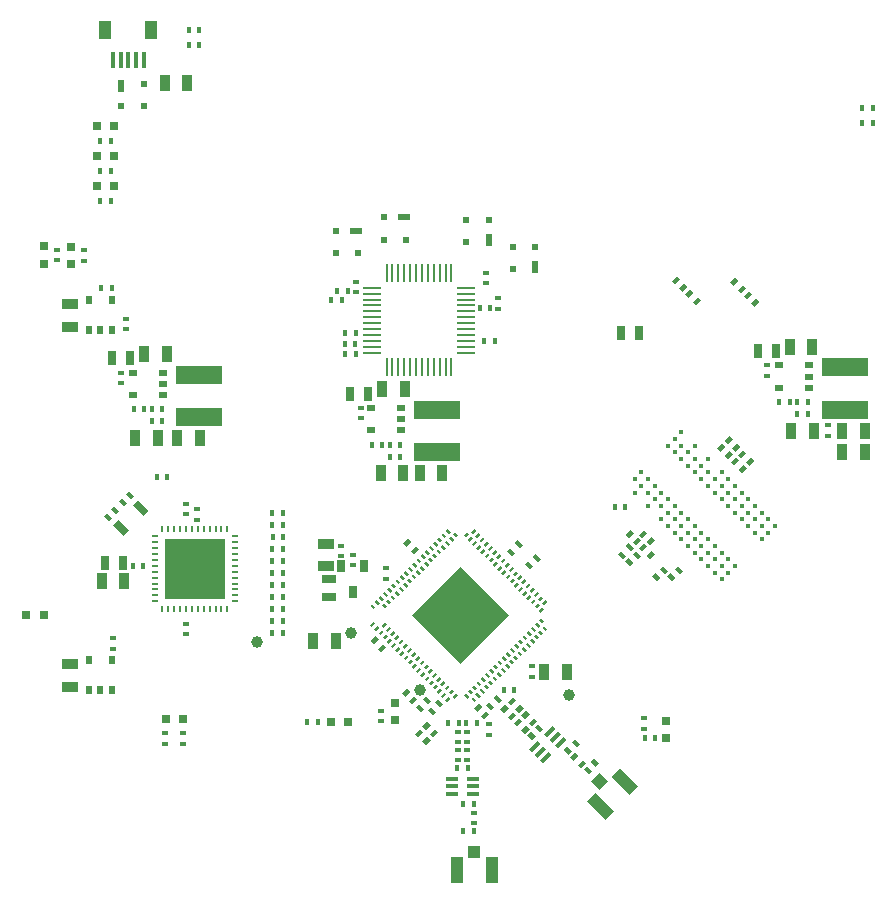
<source format=gbr>
G04 #@! TF.FileFunction,Paste,Top*
%FSLAX46Y46*%
G04 Gerber Fmt 4.6, Leading zero omitted, Abs format (unit mm)*
G04 Created by KiCad (PCBNEW 0.201501300117+5396~20~ubuntu14.04.1-product) date Fri 30 Jan 2015 09:08:00 PM PST*
%MOMM*%
G01*
G04 APERTURE LIST*
%ADD10C,0.100000*%
%ADD11R,0.762000X0.508000*%
%ADD12C,0.450000*%
%ADD13R,0.398780X0.599440*%
%ADD14R,0.599440X0.398780*%
%ADD15C,1.000000*%
%ADD16R,0.797560X0.797560*%
%ADD17R,0.599440X0.248920*%
%ADD18R,0.248920X0.599440*%
%ADD19R,5.150000X5.150000*%
%ADD20R,1.000000X0.600000*%
%ADD21R,0.600000X0.600000*%
%ADD22R,1.050000X2.200000*%
%ADD23R,1.000000X1.050000*%
%ADD24R,0.889000X1.397000*%
%ADD25R,1.397000X0.889000*%
%ADD26R,0.635000X1.143000*%
%ADD27R,0.800100X1.000760*%
%ADD28R,1.500000X0.200000*%
%ADD29R,0.200000X1.500000*%
%ADD30R,1.143000X0.635000*%
%ADD31R,4.000000X1.500000*%
%ADD32R,1.000000X0.350000*%
%ADD33R,0.508000X0.762000*%
%ADD34R,0.600000X1.000000*%
%ADD35R,0.400000X1.350000*%
%ADD36R,1.100000X1.500000*%
G04 APERTURE END LIST*
D10*
D11*
X167527955Y-92633842D03*
X167527955Y-90728842D03*
X164987955Y-92633842D03*
X167527955Y-91681342D03*
X164987955Y-90728842D03*
D12*
X160164336Y-99796323D03*
X159598651Y-100362008D03*
X159032965Y-100927694D03*
X156770224Y-103190435D03*
X156204538Y-103756121D03*
X155638853Y-104321806D03*
X155073167Y-102624750D03*
X155638853Y-102059065D03*
X157901595Y-99796323D03*
X158467280Y-99230637D03*
X159032965Y-98664952D03*
X159032965Y-99796323D03*
X158467280Y-100362008D03*
X156204538Y-102624750D03*
X155638853Y-103190435D03*
X155073167Y-103756121D03*
X152810426Y-101493379D03*
X153376111Y-100927694D03*
X153941797Y-100362008D03*
X156204538Y-98099267D03*
X156770224Y-97533581D03*
X156770224Y-96402210D03*
X156204538Y-96967896D03*
X155638853Y-97533581D03*
X153376111Y-99796323D03*
X152810426Y-100362008D03*
X153941797Y-101493379D03*
X154507482Y-100927694D03*
X156770224Y-98664952D03*
X157335909Y-98099267D03*
X157901595Y-97533581D03*
X157901595Y-98664952D03*
X157335909Y-99230637D03*
X155073167Y-101493379D03*
X154507482Y-102059065D03*
X153941797Y-102624750D03*
X157901595Y-106584548D03*
X158467280Y-106018863D03*
X159032965Y-105453177D03*
X161295707Y-103190435D03*
X161861393Y-102624750D03*
X162427078Y-102059065D03*
X161861393Y-101493379D03*
X161295707Y-102059065D03*
X160730022Y-102624750D03*
X158467280Y-104887492D03*
X157901595Y-105453177D03*
X157335909Y-106018863D03*
X156204538Y-104887492D03*
X156770224Y-104321806D03*
X157335909Y-103756121D03*
X159598651Y-101493379D03*
X160164336Y-100927694D03*
X160730022Y-100362008D03*
X161295707Y-100927694D03*
X160730022Y-101493379D03*
X160164336Y-102059065D03*
X157901595Y-104321806D03*
X157335909Y-104887492D03*
X156770224Y-105453177D03*
X159032965Y-107715919D03*
X159598651Y-107150233D03*
X160164336Y-106584548D03*
X162427078Y-104321806D03*
X162992763Y-103756121D03*
X163558449Y-103190435D03*
X162992763Y-102624750D03*
X162427078Y-103190435D03*
X161861393Y-103756121D03*
X159598651Y-106018863D03*
X159032965Y-106584548D03*
X158467280Y-107150233D03*
X159598651Y-108281604D03*
X160164336Y-107715919D03*
X160730022Y-107150233D03*
X162992763Y-104887492D03*
X163558449Y-104321806D03*
X164124134Y-103756121D03*
X164689820Y-104321806D03*
X164124134Y-104887492D03*
X163558449Y-105453177D03*
X161295707Y-107715919D03*
X160730022Y-108281604D03*
X160164336Y-108847290D03*
D10*
G36*
X151679110Y-106406319D02*
X152102978Y-106830187D01*
X151820998Y-107112167D01*
X151397130Y-106688299D01*
X151679110Y-106406319D01*
X151679110Y-106406319D01*
G37*
G36*
X152314912Y-105770517D02*
X152738780Y-106194385D01*
X152456800Y-106476365D01*
X152032932Y-106052497D01*
X152314912Y-105770517D01*
X152314912Y-105770517D01*
G37*
D13*
X153652755Y-122313802D03*
X154551915Y-122313802D03*
D14*
X153594335Y-121493382D03*
X153594335Y-120594222D03*
D15*
X147241955Y-118633342D03*
D16*
X155499335Y-120802502D03*
X155499335Y-122301102D03*
D10*
G36*
X139415219Y-119070063D02*
X139259656Y-119225626D01*
X138976813Y-118942783D01*
X139132376Y-118787220D01*
X139415219Y-119070063D01*
X139415219Y-119070063D01*
G37*
G36*
X139768772Y-118716510D02*
X139613209Y-118872073D01*
X139330366Y-118589230D01*
X139485929Y-118433667D01*
X139768772Y-118716510D01*
X139768772Y-118716510D01*
G37*
G36*
X140122325Y-118362956D02*
X139966762Y-118518519D01*
X139683919Y-118235676D01*
X139839482Y-118080113D01*
X140122325Y-118362956D01*
X140122325Y-118362956D01*
G37*
G36*
X140475879Y-118009403D02*
X140320316Y-118164966D01*
X140037473Y-117882123D01*
X140193036Y-117726560D01*
X140475879Y-118009403D01*
X140475879Y-118009403D01*
G37*
G36*
X140829432Y-117655850D02*
X140673869Y-117811413D01*
X140391026Y-117528570D01*
X140546589Y-117373007D01*
X140829432Y-117655850D01*
X140829432Y-117655850D01*
G37*
G36*
X141182985Y-117302296D02*
X141027422Y-117457859D01*
X140744579Y-117175016D01*
X140900142Y-117019453D01*
X141182985Y-117302296D01*
X141182985Y-117302296D01*
G37*
G36*
X141536539Y-116948743D02*
X141380976Y-117104306D01*
X141098133Y-116821463D01*
X141253696Y-116665900D01*
X141536539Y-116948743D01*
X141536539Y-116948743D01*
G37*
G36*
X141890092Y-116595189D02*
X141734529Y-116750752D01*
X141451686Y-116467909D01*
X141607249Y-116312346D01*
X141890092Y-116595189D01*
X141890092Y-116595189D01*
G37*
G36*
X142243646Y-116241636D02*
X142088083Y-116397199D01*
X141805240Y-116114356D01*
X141960803Y-115958793D01*
X142243646Y-116241636D01*
X142243646Y-116241636D01*
G37*
G36*
X142597199Y-115888083D02*
X142441636Y-116043646D01*
X142158793Y-115760803D01*
X142314356Y-115605240D01*
X142597199Y-115888083D01*
X142597199Y-115888083D01*
G37*
G36*
X142950752Y-115534529D02*
X142795189Y-115690092D01*
X142512346Y-115407249D01*
X142667909Y-115251686D01*
X142950752Y-115534529D01*
X142950752Y-115534529D01*
G37*
G36*
X143304306Y-115180976D02*
X143148743Y-115336539D01*
X142865900Y-115053696D01*
X143021463Y-114898133D01*
X143304306Y-115180976D01*
X143304306Y-115180976D01*
G37*
G36*
X143657859Y-114827422D02*
X143502296Y-114982985D01*
X143219453Y-114700142D01*
X143375016Y-114544579D01*
X143657859Y-114827422D01*
X143657859Y-114827422D01*
G37*
G36*
X144011413Y-114473869D02*
X143855850Y-114629432D01*
X143573007Y-114346589D01*
X143728570Y-114191026D01*
X144011413Y-114473869D01*
X144011413Y-114473869D01*
G37*
G36*
X144364966Y-114120316D02*
X144209403Y-114275879D01*
X143926560Y-113993036D01*
X144082123Y-113837473D01*
X144364966Y-114120316D01*
X144364966Y-114120316D01*
G37*
G36*
X144718519Y-113766762D02*
X144562956Y-113922325D01*
X144280113Y-113639482D01*
X144435676Y-113483919D01*
X144718519Y-113766762D01*
X144718519Y-113766762D01*
G37*
G36*
X145072073Y-113413209D02*
X144916510Y-113568772D01*
X144633667Y-113285929D01*
X144789230Y-113130366D01*
X145072073Y-113413209D01*
X145072073Y-113413209D01*
G37*
G36*
X145425626Y-113059656D02*
X145270063Y-113215219D01*
X144987220Y-112932376D01*
X145142783Y-112776813D01*
X145425626Y-113059656D01*
X145425626Y-113059656D01*
G37*
G36*
X138778822Y-118787220D02*
X138623259Y-118942783D01*
X138340416Y-118659940D01*
X138495979Y-118504377D01*
X138778822Y-118787220D01*
X138778822Y-118787220D01*
G37*
G36*
X139132376Y-118433667D02*
X138976813Y-118589230D01*
X138693970Y-118306387D01*
X138849533Y-118150824D01*
X139132376Y-118433667D01*
X139132376Y-118433667D01*
G37*
G36*
X139485929Y-118080114D02*
X139330366Y-118235677D01*
X139047523Y-117952834D01*
X139203086Y-117797271D01*
X139485929Y-118080114D01*
X139485929Y-118080114D01*
G37*
G36*
X139839483Y-117726560D02*
X139683920Y-117882123D01*
X139401077Y-117599280D01*
X139556640Y-117443717D01*
X139839483Y-117726560D01*
X139839483Y-117726560D01*
G37*
G36*
X140193036Y-117373007D02*
X140037473Y-117528570D01*
X139754630Y-117245727D01*
X139910193Y-117090164D01*
X140193036Y-117373007D01*
X140193036Y-117373007D01*
G37*
G36*
X140546589Y-117019453D02*
X140391026Y-117175016D01*
X140108183Y-116892173D01*
X140263746Y-116736610D01*
X140546589Y-117019453D01*
X140546589Y-117019453D01*
G37*
G36*
X140900143Y-116665900D02*
X140744580Y-116821463D01*
X140461737Y-116538620D01*
X140617300Y-116383057D01*
X140900143Y-116665900D01*
X140900143Y-116665900D01*
G37*
G36*
X141253696Y-116312347D02*
X141098133Y-116467910D01*
X140815290Y-116185067D01*
X140970853Y-116029504D01*
X141253696Y-116312347D01*
X141253696Y-116312347D01*
G37*
G36*
X141607250Y-115958793D02*
X141451687Y-116114356D01*
X141168844Y-115831513D01*
X141324407Y-115675950D01*
X141607250Y-115958793D01*
X141607250Y-115958793D01*
G37*
G36*
X141960803Y-115605240D02*
X141805240Y-115760803D01*
X141522397Y-115477960D01*
X141677960Y-115322397D01*
X141960803Y-115605240D01*
X141960803Y-115605240D01*
G37*
G36*
X142314356Y-115251687D02*
X142158793Y-115407250D01*
X141875950Y-115124407D01*
X142031513Y-114968844D01*
X142314356Y-115251687D01*
X142314356Y-115251687D01*
G37*
G36*
X142667910Y-114898133D02*
X142512347Y-115053696D01*
X142229504Y-114770853D01*
X142385067Y-114615290D01*
X142667910Y-114898133D01*
X142667910Y-114898133D01*
G37*
G36*
X143021463Y-114544580D02*
X142865900Y-114700143D01*
X142583057Y-114417300D01*
X142738620Y-114261737D01*
X143021463Y-114544580D01*
X143021463Y-114544580D01*
G37*
G36*
X143375016Y-114191026D02*
X143219453Y-114346589D01*
X142936610Y-114063746D01*
X143092173Y-113908183D01*
X143375016Y-114191026D01*
X143375016Y-114191026D01*
G37*
G36*
X143728570Y-113837473D02*
X143573007Y-113993036D01*
X143290164Y-113710193D01*
X143445727Y-113554630D01*
X143728570Y-113837473D01*
X143728570Y-113837473D01*
G37*
G36*
X144082123Y-113483920D02*
X143926560Y-113639483D01*
X143643717Y-113356640D01*
X143799280Y-113201077D01*
X144082123Y-113483920D01*
X144082123Y-113483920D01*
G37*
G36*
X144435677Y-113130366D02*
X144280114Y-113285929D01*
X143997271Y-113003086D01*
X144152834Y-112847523D01*
X144435677Y-113130366D01*
X144435677Y-113130366D01*
G37*
G36*
X144789230Y-112776813D02*
X144633667Y-112932376D01*
X144350824Y-112649533D01*
X144506387Y-112493970D01*
X144789230Y-112776813D01*
X144789230Y-112776813D01*
G37*
G36*
X145142783Y-112423259D02*
X144987220Y-112578822D01*
X144704377Y-112295979D01*
X144859940Y-112140416D01*
X145142783Y-112423259D01*
X145142783Y-112423259D01*
G37*
G36*
X137223187Y-104857217D02*
X137067624Y-105012780D01*
X136784781Y-104729937D01*
X136940344Y-104574374D01*
X137223187Y-104857217D01*
X137223187Y-104857217D01*
G37*
G36*
X136869634Y-105210770D02*
X136714071Y-105366333D01*
X136431228Y-105083490D01*
X136586791Y-104927927D01*
X136869634Y-105210770D01*
X136869634Y-105210770D01*
G37*
G36*
X136516081Y-105564324D02*
X136360518Y-105719887D01*
X136077675Y-105437044D01*
X136233238Y-105281481D01*
X136516081Y-105564324D01*
X136516081Y-105564324D01*
G37*
G36*
X136162527Y-105917877D02*
X136006964Y-106073440D01*
X135724121Y-105790597D01*
X135879684Y-105635034D01*
X136162527Y-105917877D01*
X136162527Y-105917877D01*
G37*
G36*
X135808974Y-106271430D02*
X135653411Y-106426993D01*
X135370568Y-106144150D01*
X135526131Y-105988587D01*
X135808974Y-106271430D01*
X135808974Y-106271430D01*
G37*
G36*
X135455421Y-106624984D02*
X135299858Y-106780547D01*
X135017015Y-106497704D01*
X135172578Y-106342141D01*
X135455421Y-106624984D01*
X135455421Y-106624984D01*
G37*
G36*
X135101867Y-106978537D02*
X134946304Y-107134100D01*
X134663461Y-106851257D01*
X134819024Y-106695694D01*
X135101867Y-106978537D01*
X135101867Y-106978537D01*
G37*
G36*
X134748314Y-107332091D02*
X134592751Y-107487654D01*
X134309908Y-107204811D01*
X134465471Y-107049248D01*
X134748314Y-107332091D01*
X134748314Y-107332091D01*
G37*
G36*
X134394760Y-107685644D02*
X134239197Y-107841207D01*
X133956354Y-107558364D01*
X134111917Y-107402801D01*
X134394760Y-107685644D01*
X134394760Y-107685644D01*
G37*
G36*
X134041207Y-108039197D02*
X133885644Y-108194760D01*
X133602801Y-107911917D01*
X133758364Y-107756354D01*
X134041207Y-108039197D01*
X134041207Y-108039197D01*
G37*
G36*
X133687654Y-108392751D02*
X133532091Y-108548314D01*
X133249248Y-108265471D01*
X133404811Y-108109908D01*
X133687654Y-108392751D01*
X133687654Y-108392751D01*
G37*
G36*
X133334100Y-108746304D02*
X133178537Y-108901867D01*
X132895694Y-108619024D01*
X133051257Y-108463461D01*
X133334100Y-108746304D01*
X133334100Y-108746304D01*
G37*
G36*
X132980547Y-109099858D02*
X132824984Y-109255421D01*
X132542141Y-108972578D01*
X132697704Y-108817015D01*
X132980547Y-109099858D01*
X132980547Y-109099858D01*
G37*
G36*
X132626993Y-109453411D02*
X132471430Y-109608974D01*
X132188587Y-109326131D01*
X132344150Y-109170568D01*
X132626993Y-109453411D01*
X132626993Y-109453411D01*
G37*
G36*
X132273440Y-109806964D02*
X132117877Y-109962527D01*
X131835034Y-109679684D01*
X131990597Y-109524121D01*
X132273440Y-109806964D01*
X132273440Y-109806964D01*
G37*
G36*
X131919887Y-110160518D02*
X131764324Y-110316081D01*
X131481481Y-110033238D01*
X131637044Y-109877675D01*
X131919887Y-110160518D01*
X131919887Y-110160518D01*
G37*
G36*
X131566333Y-110514071D02*
X131410770Y-110669634D01*
X131127927Y-110386791D01*
X131283490Y-110231228D01*
X131566333Y-110514071D01*
X131566333Y-110514071D01*
G37*
G36*
X131212780Y-110867624D02*
X131057217Y-111023187D01*
X130774374Y-110740344D01*
X130929937Y-110584781D01*
X131212780Y-110867624D01*
X131212780Y-110867624D01*
G37*
G36*
X130859226Y-111221178D02*
X130703663Y-111376741D01*
X130420820Y-111093898D01*
X130576383Y-110938335D01*
X130859226Y-111221178D01*
X130859226Y-111221178D01*
G37*
G36*
X137859584Y-105140060D02*
X137704021Y-105295623D01*
X137421178Y-105012780D01*
X137576741Y-104857217D01*
X137859584Y-105140060D01*
X137859584Y-105140060D01*
G37*
G36*
X137506030Y-105493613D02*
X137350467Y-105649176D01*
X137067624Y-105366333D01*
X137223187Y-105210770D01*
X137506030Y-105493613D01*
X137506030Y-105493613D01*
G37*
G36*
X137152477Y-105847166D02*
X136996914Y-106002729D01*
X136714071Y-105719886D01*
X136869634Y-105564323D01*
X137152477Y-105847166D01*
X137152477Y-105847166D01*
G37*
G36*
X136798923Y-106200720D02*
X136643360Y-106356283D01*
X136360517Y-106073440D01*
X136516080Y-105917877D01*
X136798923Y-106200720D01*
X136798923Y-106200720D01*
G37*
G36*
X136445370Y-106554273D02*
X136289807Y-106709836D01*
X136006964Y-106426993D01*
X136162527Y-106271430D01*
X136445370Y-106554273D01*
X136445370Y-106554273D01*
G37*
G36*
X136091817Y-106907827D02*
X135936254Y-107063390D01*
X135653411Y-106780547D01*
X135808974Y-106624984D01*
X136091817Y-106907827D01*
X136091817Y-106907827D01*
G37*
G36*
X135738263Y-107261380D02*
X135582700Y-107416943D01*
X135299857Y-107134100D01*
X135455420Y-106978537D01*
X135738263Y-107261380D01*
X135738263Y-107261380D01*
G37*
G36*
X135384710Y-107614933D02*
X135229147Y-107770496D01*
X134946304Y-107487653D01*
X135101867Y-107332090D01*
X135384710Y-107614933D01*
X135384710Y-107614933D01*
G37*
G36*
X135031156Y-107968487D02*
X134875593Y-108124050D01*
X134592750Y-107841207D01*
X134748313Y-107685644D01*
X135031156Y-107968487D01*
X135031156Y-107968487D01*
G37*
G36*
X134677603Y-108322040D02*
X134522040Y-108477603D01*
X134239197Y-108194760D01*
X134394760Y-108039197D01*
X134677603Y-108322040D01*
X134677603Y-108322040D01*
G37*
G36*
X134324050Y-108675593D02*
X134168487Y-108831156D01*
X133885644Y-108548313D01*
X134041207Y-108392750D01*
X134324050Y-108675593D01*
X134324050Y-108675593D01*
G37*
G36*
X133970496Y-109029147D02*
X133814933Y-109184710D01*
X133532090Y-108901867D01*
X133687653Y-108746304D01*
X133970496Y-109029147D01*
X133970496Y-109029147D01*
G37*
G36*
X133616943Y-109382700D02*
X133461380Y-109538263D01*
X133178537Y-109255420D01*
X133334100Y-109099857D01*
X133616943Y-109382700D01*
X133616943Y-109382700D01*
G37*
G36*
X133263390Y-109736254D02*
X133107827Y-109891817D01*
X132824984Y-109608974D01*
X132980547Y-109453411D01*
X133263390Y-109736254D01*
X133263390Y-109736254D01*
G37*
G36*
X132909836Y-110089807D02*
X132754273Y-110245370D01*
X132471430Y-109962527D01*
X132626993Y-109806964D01*
X132909836Y-110089807D01*
X132909836Y-110089807D01*
G37*
G36*
X132556283Y-110443360D02*
X132400720Y-110598923D01*
X132117877Y-110316080D01*
X132273440Y-110160517D01*
X132556283Y-110443360D01*
X132556283Y-110443360D01*
G37*
G36*
X132202729Y-110796914D02*
X132047166Y-110952477D01*
X131764323Y-110669634D01*
X131919886Y-110514071D01*
X132202729Y-110796914D01*
X132202729Y-110796914D01*
G37*
G36*
X131849176Y-111150467D02*
X131693613Y-111306030D01*
X131410770Y-111023187D01*
X131566333Y-110867624D01*
X131849176Y-111150467D01*
X131849176Y-111150467D01*
G37*
G36*
X145425626Y-110740344D02*
X145142783Y-111023187D01*
X144987220Y-110867624D01*
X145270063Y-110584781D01*
X145425626Y-110740344D01*
X145425626Y-110740344D01*
G37*
G36*
X145072073Y-110386791D02*
X144789230Y-110669634D01*
X144633667Y-110514071D01*
X144916510Y-110231228D01*
X145072073Y-110386791D01*
X145072073Y-110386791D01*
G37*
G36*
X144718519Y-110033238D02*
X144435676Y-110316081D01*
X144280113Y-110160518D01*
X144562956Y-109877675D01*
X144718519Y-110033238D01*
X144718519Y-110033238D01*
G37*
G36*
X144364966Y-109679684D02*
X144082123Y-109962527D01*
X143926560Y-109806964D01*
X144209403Y-109524121D01*
X144364966Y-109679684D01*
X144364966Y-109679684D01*
G37*
G36*
X144011413Y-109326131D02*
X143728570Y-109608974D01*
X143573007Y-109453411D01*
X143855850Y-109170568D01*
X144011413Y-109326131D01*
X144011413Y-109326131D01*
G37*
G36*
X143657859Y-108972578D02*
X143375016Y-109255421D01*
X143219453Y-109099858D01*
X143502296Y-108817015D01*
X143657859Y-108972578D01*
X143657859Y-108972578D01*
G37*
G36*
X143304306Y-108619024D02*
X143021463Y-108901867D01*
X142865900Y-108746304D01*
X143148743Y-108463461D01*
X143304306Y-108619024D01*
X143304306Y-108619024D01*
G37*
G36*
X142950752Y-108265471D02*
X142667909Y-108548314D01*
X142512346Y-108392751D01*
X142795189Y-108109908D01*
X142950752Y-108265471D01*
X142950752Y-108265471D01*
G37*
G36*
X142597199Y-107911917D02*
X142314356Y-108194760D01*
X142158793Y-108039197D01*
X142441636Y-107756354D01*
X142597199Y-107911917D01*
X142597199Y-107911917D01*
G37*
G36*
X142243646Y-107558364D02*
X141960803Y-107841207D01*
X141805240Y-107685644D01*
X142088083Y-107402801D01*
X142243646Y-107558364D01*
X142243646Y-107558364D01*
G37*
G36*
X141890092Y-107204811D02*
X141607249Y-107487654D01*
X141451686Y-107332091D01*
X141734529Y-107049248D01*
X141890092Y-107204811D01*
X141890092Y-107204811D01*
G37*
G36*
X141536539Y-106851257D02*
X141253696Y-107134100D01*
X141098133Y-106978537D01*
X141380976Y-106695694D01*
X141536539Y-106851257D01*
X141536539Y-106851257D01*
G37*
G36*
X141182985Y-106497704D02*
X140900142Y-106780547D01*
X140744579Y-106624984D01*
X141027422Y-106342141D01*
X141182985Y-106497704D01*
X141182985Y-106497704D01*
G37*
G36*
X140829432Y-106144150D02*
X140546589Y-106426993D01*
X140391026Y-106271430D01*
X140673869Y-105988587D01*
X140829432Y-106144150D01*
X140829432Y-106144150D01*
G37*
G36*
X140475879Y-105790597D02*
X140193036Y-106073440D01*
X140037473Y-105917877D01*
X140320316Y-105635034D01*
X140475879Y-105790597D01*
X140475879Y-105790597D01*
G37*
G36*
X140122325Y-105437044D02*
X139839482Y-105719887D01*
X139683919Y-105564324D01*
X139966762Y-105281481D01*
X140122325Y-105437044D01*
X140122325Y-105437044D01*
G37*
G36*
X139768772Y-105083490D02*
X139485929Y-105366333D01*
X139330366Y-105210770D01*
X139613209Y-104927927D01*
X139768772Y-105083490D01*
X139768772Y-105083490D01*
G37*
G36*
X139415219Y-104729937D02*
X139132376Y-105012780D01*
X138976813Y-104857217D01*
X139259656Y-104574374D01*
X139415219Y-104729937D01*
X139415219Y-104729937D01*
G37*
G36*
X145142783Y-111376741D02*
X144859940Y-111659584D01*
X144704377Y-111504021D01*
X144987220Y-111221178D01*
X145142783Y-111376741D01*
X145142783Y-111376741D01*
G37*
G36*
X144789230Y-111023187D02*
X144506387Y-111306030D01*
X144350824Y-111150467D01*
X144633667Y-110867624D01*
X144789230Y-111023187D01*
X144789230Y-111023187D01*
G37*
G36*
X144435677Y-110669634D02*
X144152834Y-110952477D01*
X143997271Y-110796914D01*
X144280114Y-110514071D01*
X144435677Y-110669634D01*
X144435677Y-110669634D01*
G37*
G36*
X144082123Y-110316080D02*
X143799280Y-110598923D01*
X143643717Y-110443360D01*
X143926560Y-110160517D01*
X144082123Y-110316080D01*
X144082123Y-110316080D01*
G37*
G36*
X143728570Y-109962527D02*
X143445727Y-110245370D01*
X143290164Y-110089807D01*
X143573007Y-109806964D01*
X143728570Y-109962527D01*
X143728570Y-109962527D01*
G37*
G36*
X143375016Y-109608974D02*
X143092173Y-109891817D01*
X142936610Y-109736254D01*
X143219453Y-109453411D01*
X143375016Y-109608974D01*
X143375016Y-109608974D01*
G37*
G36*
X143021463Y-109255420D02*
X142738620Y-109538263D01*
X142583057Y-109382700D01*
X142865900Y-109099857D01*
X143021463Y-109255420D01*
X143021463Y-109255420D01*
G37*
G36*
X142667910Y-108901867D02*
X142385067Y-109184710D01*
X142229504Y-109029147D01*
X142512347Y-108746304D01*
X142667910Y-108901867D01*
X142667910Y-108901867D01*
G37*
G36*
X142314356Y-108548313D02*
X142031513Y-108831156D01*
X141875950Y-108675593D01*
X142158793Y-108392750D01*
X142314356Y-108548313D01*
X142314356Y-108548313D01*
G37*
G36*
X141960803Y-108194760D02*
X141677960Y-108477603D01*
X141522397Y-108322040D01*
X141805240Y-108039197D01*
X141960803Y-108194760D01*
X141960803Y-108194760D01*
G37*
G36*
X141607250Y-107841207D02*
X141324407Y-108124050D01*
X141168844Y-107968487D01*
X141451687Y-107685644D01*
X141607250Y-107841207D01*
X141607250Y-107841207D01*
G37*
G36*
X141253696Y-107487653D02*
X140970853Y-107770496D01*
X140815290Y-107614933D01*
X141098133Y-107332090D01*
X141253696Y-107487653D01*
X141253696Y-107487653D01*
G37*
G36*
X140900143Y-107134100D02*
X140617300Y-107416943D01*
X140461737Y-107261380D01*
X140744580Y-106978537D01*
X140900143Y-107134100D01*
X140900143Y-107134100D01*
G37*
G36*
X140546589Y-106780547D02*
X140263746Y-107063390D01*
X140108183Y-106907827D01*
X140391026Y-106624984D01*
X140546589Y-106780547D01*
X140546589Y-106780547D01*
G37*
G36*
X140193036Y-106426993D02*
X139910193Y-106709836D01*
X139754630Y-106554273D01*
X140037473Y-106271430D01*
X140193036Y-106426993D01*
X140193036Y-106426993D01*
G37*
G36*
X139839483Y-106073440D02*
X139556640Y-106356283D01*
X139401077Y-106200720D01*
X139683920Y-105917877D01*
X139839483Y-106073440D01*
X139839483Y-106073440D01*
G37*
G36*
X139485929Y-105719886D02*
X139203086Y-106002729D01*
X139047523Y-105847166D01*
X139330366Y-105564323D01*
X139485929Y-105719886D01*
X139485929Y-105719886D01*
G37*
G36*
X139132376Y-105366333D02*
X138849533Y-105649176D01*
X138693970Y-105493613D01*
X138976813Y-105210770D01*
X139132376Y-105366333D01*
X139132376Y-105366333D01*
G37*
G36*
X138778822Y-105012780D02*
X138495979Y-105295623D01*
X138340416Y-105140060D01*
X138623259Y-104857217D01*
X138778822Y-105012780D01*
X138778822Y-105012780D01*
G37*
G36*
X130859226Y-112578822D02*
X130576383Y-112861665D01*
X130420820Y-112706102D01*
X130703663Y-112423259D01*
X130859226Y-112578822D01*
X130859226Y-112578822D01*
G37*
G36*
X131212780Y-112932376D02*
X130929937Y-113215219D01*
X130774374Y-113059656D01*
X131057217Y-112776813D01*
X131212780Y-112932376D01*
X131212780Y-112932376D01*
G37*
G36*
X131566333Y-113285929D02*
X131283490Y-113568772D01*
X131127927Y-113413209D01*
X131410770Y-113130366D01*
X131566333Y-113285929D01*
X131566333Y-113285929D01*
G37*
G36*
X131919887Y-113639482D02*
X131637044Y-113922325D01*
X131481481Y-113766762D01*
X131764324Y-113483919D01*
X131919887Y-113639482D01*
X131919887Y-113639482D01*
G37*
G36*
X132273440Y-113993036D02*
X131990597Y-114275879D01*
X131835034Y-114120316D01*
X132117877Y-113837473D01*
X132273440Y-113993036D01*
X132273440Y-113993036D01*
G37*
G36*
X132626993Y-114346589D02*
X132344150Y-114629432D01*
X132188587Y-114473869D01*
X132471430Y-114191026D01*
X132626993Y-114346589D01*
X132626993Y-114346589D01*
G37*
G36*
X132980547Y-114700142D02*
X132697704Y-114982985D01*
X132542141Y-114827422D01*
X132824984Y-114544579D01*
X132980547Y-114700142D01*
X132980547Y-114700142D01*
G37*
G36*
X133334100Y-115053696D02*
X133051257Y-115336539D01*
X132895694Y-115180976D01*
X133178537Y-114898133D01*
X133334100Y-115053696D01*
X133334100Y-115053696D01*
G37*
G36*
X133687654Y-115407249D02*
X133404811Y-115690092D01*
X133249248Y-115534529D01*
X133532091Y-115251686D01*
X133687654Y-115407249D01*
X133687654Y-115407249D01*
G37*
G36*
X134041207Y-115760803D02*
X133758364Y-116043646D01*
X133602801Y-115888083D01*
X133885644Y-115605240D01*
X134041207Y-115760803D01*
X134041207Y-115760803D01*
G37*
G36*
X134394760Y-116114356D02*
X134111917Y-116397199D01*
X133956354Y-116241636D01*
X134239197Y-115958793D01*
X134394760Y-116114356D01*
X134394760Y-116114356D01*
G37*
G36*
X134748314Y-116467909D02*
X134465471Y-116750752D01*
X134309908Y-116595189D01*
X134592751Y-116312346D01*
X134748314Y-116467909D01*
X134748314Y-116467909D01*
G37*
G36*
X135101867Y-116821463D02*
X134819024Y-117104306D01*
X134663461Y-116948743D01*
X134946304Y-116665900D01*
X135101867Y-116821463D01*
X135101867Y-116821463D01*
G37*
G36*
X135455421Y-117175016D02*
X135172578Y-117457859D01*
X135017015Y-117302296D01*
X135299858Y-117019453D01*
X135455421Y-117175016D01*
X135455421Y-117175016D01*
G37*
G36*
X135808974Y-117528570D02*
X135526131Y-117811413D01*
X135370568Y-117655850D01*
X135653411Y-117373007D01*
X135808974Y-117528570D01*
X135808974Y-117528570D01*
G37*
G36*
X136162527Y-117882123D02*
X135879684Y-118164966D01*
X135724121Y-118009403D01*
X136006964Y-117726560D01*
X136162527Y-117882123D01*
X136162527Y-117882123D01*
G37*
G36*
X136516081Y-118235676D02*
X136233238Y-118518519D01*
X136077675Y-118362956D01*
X136360518Y-118080113D01*
X136516081Y-118235676D01*
X136516081Y-118235676D01*
G37*
G36*
X136869634Y-118589230D02*
X136586791Y-118872073D01*
X136431228Y-118716510D01*
X136714071Y-118433667D01*
X136869634Y-118589230D01*
X136869634Y-118589230D01*
G37*
G36*
X137223187Y-118942783D02*
X136940344Y-119225626D01*
X136784781Y-119070063D01*
X137067624Y-118787220D01*
X137223187Y-118942783D01*
X137223187Y-118942783D01*
G37*
G36*
X131849176Y-112649533D02*
X131566333Y-112932376D01*
X131410770Y-112776813D01*
X131693613Y-112493970D01*
X131849176Y-112649533D01*
X131849176Y-112649533D01*
G37*
G36*
X132202729Y-113003086D02*
X131919886Y-113285929D01*
X131764323Y-113130366D01*
X132047166Y-112847523D01*
X132202729Y-113003086D01*
X132202729Y-113003086D01*
G37*
G36*
X132556283Y-113356640D02*
X132273440Y-113639483D01*
X132117877Y-113483920D01*
X132400720Y-113201077D01*
X132556283Y-113356640D01*
X132556283Y-113356640D01*
G37*
G36*
X132909836Y-113710193D02*
X132626993Y-113993036D01*
X132471430Y-113837473D01*
X132754273Y-113554630D01*
X132909836Y-113710193D01*
X132909836Y-113710193D01*
G37*
G36*
X133263390Y-114063746D02*
X132980547Y-114346589D01*
X132824984Y-114191026D01*
X133107827Y-113908183D01*
X133263390Y-114063746D01*
X133263390Y-114063746D01*
G37*
G36*
X133616943Y-114417300D02*
X133334100Y-114700143D01*
X133178537Y-114544580D01*
X133461380Y-114261737D01*
X133616943Y-114417300D01*
X133616943Y-114417300D01*
G37*
G36*
X133970496Y-114770853D02*
X133687653Y-115053696D01*
X133532090Y-114898133D01*
X133814933Y-114615290D01*
X133970496Y-114770853D01*
X133970496Y-114770853D01*
G37*
G36*
X134324050Y-115124407D02*
X134041207Y-115407250D01*
X133885644Y-115251687D01*
X134168487Y-114968844D01*
X134324050Y-115124407D01*
X134324050Y-115124407D01*
G37*
G36*
X134677603Y-115477960D02*
X134394760Y-115760803D01*
X134239197Y-115605240D01*
X134522040Y-115322397D01*
X134677603Y-115477960D01*
X134677603Y-115477960D01*
G37*
G36*
X135031156Y-115831513D02*
X134748313Y-116114356D01*
X134592750Y-115958793D01*
X134875593Y-115675950D01*
X135031156Y-115831513D01*
X135031156Y-115831513D01*
G37*
G36*
X135384710Y-116185067D02*
X135101867Y-116467910D01*
X134946304Y-116312347D01*
X135229147Y-116029504D01*
X135384710Y-116185067D01*
X135384710Y-116185067D01*
G37*
G36*
X135738263Y-116538620D02*
X135455420Y-116821463D01*
X135299857Y-116665900D01*
X135582700Y-116383057D01*
X135738263Y-116538620D01*
X135738263Y-116538620D01*
G37*
G36*
X136091817Y-116892173D02*
X135808974Y-117175016D01*
X135653411Y-117019453D01*
X135936254Y-116736610D01*
X136091817Y-116892173D01*
X136091817Y-116892173D01*
G37*
G36*
X136445370Y-117245727D02*
X136162527Y-117528570D01*
X136006964Y-117373007D01*
X136289807Y-117090164D01*
X136445370Y-117245727D01*
X136445370Y-117245727D01*
G37*
G36*
X136798923Y-117599280D02*
X136516080Y-117882123D01*
X136360517Y-117726560D01*
X136643360Y-117443717D01*
X136798923Y-117599280D01*
X136798923Y-117599280D01*
G37*
G36*
X137152477Y-117952834D02*
X136869634Y-118235677D01*
X136714071Y-118080114D01*
X136996914Y-117797271D01*
X137152477Y-117952834D01*
X137152477Y-117952834D01*
G37*
G36*
X137506030Y-118306387D02*
X137223187Y-118589230D01*
X137067624Y-118433667D01*
X137350467Y-118150824D01*
X137506030Y-118306387D01*
X137506030Y-118306387D01*
G37*
G36*
X137859584Y-118659940D02*
X137576741Y-118942783D01*
X137421178Y-118787220D01*
X137704021Y-118504377D01*
X137859584Y-118659940D01*
X137859584Y-118659940D01*
G37*
G36*
X142201219Y-111900000D02*
X138100000Y-116001219D01*
X133998781Y-111900000D01*
X138100000Y-107798781D01*
X142201219Y-111900000D01*
X142201219Y-111900000D01*
G37*
D17*
X112171480Y-105201720D03*
X112171480Y-105702100D03*
X112171480Y-106202480D03*
X112171480Y-106702860D03*
X112171480Y-107200700D03*
X112171480Y-107701080D03*
X112171480Y-108201460D03*
X112171480Y-108701840D03*
X112171480Y-109202220D03*
X112171480Y-109702600D03*
X112171480Y-110202980D03*
X112171480Y-110700820D03*
X118968520Y-106697780D03*
X118968520Y-106199940D03*
X118968520Y-105699560D03*
X118968520Y-105199180D03*
D18*
X114820700Y-111351060D03*
X115320000Y-111350000D03*
X115818920Y-111351060D03*
X116319300Y-111351060D03*
X116819680Y-111351060D03*
X117320060Y-111351060D03*
X117820440Y-111351060D03*
X118320820Y-111351060D03*
X112821720Y-111351060D03*
X113322100Y-111351060D03*
X113822480Y-111351060D03*
X114320320Y-111351060D03*
D17*
X118968520Y-110698280D03*
X118971060Y-110197900D03*
X118971060Y-109700060D03*
X118971060Y-109199680D03*
X118971060Y-108699300D03*
X118971060Y-108198920D03*
X118971060Y-107698540D03*
X118971060Y-107198160D03*
D18*
X118320820Y-104551480D03*
X117820440Y-104551480D03*
X117320060Y-104551480D03*
X116822220Y-104551480D03*
X116321840Y-104551480D03*
X115821460Y-104551480D03*
X115321080Y-104551480D03*
X114820700Y-104551480D03*
X114320320Y-104551480D03*
X113819940Y-104551480D03*
X113322100Y-104551480D03*
X112821720Y-104551480D03*
D19*
X115570000Y-107950000D03*
D20*
X129198335Y-79326802D03*
D21*
X127498335Y-79326802D03*
X127498335Y-81226802D03*
X129398335Y-81226802D03*
D13*
X123055095Y-105295742D03*
X122155935Y-105295742D03*
D14*
X114602955Y-121866762D03*
X114602955Y-122765922D03*
D10*
G36*
X152314110Y-107041319D02*
X152737978Y-107465187D01*
X152455998Y-107747167D01*
X152032130Y-107323299D01*
X152314110Y-107041319D01*
X152314110Y-107041319D01*
G37*
G36*
X152949912Y-106405517D02*
X153373780Y-106829385D01*
X153091800Y-107111365D01*
X152667932Y-106687497D01*
X152949912Y-106405517D01*
X152949912Y-106405517D01*
G37*
G36*
X153810932Y-105687187D02*
X154234800Y-105263319D01*
X154516780Y-105545299D01*
X154092912Y-105969167D01*
X153810932Y-105687187D01*
X153810932Y-105687187D01*
G37*
G36*
X153175130Y-105051385D02*
X153598998Y-104627517D01*
X153880978Y-104909497D01*
X153457110Y-105333365D01*
X153175130Y-105051385D01*
X153175130Y-105051385D01*
G37*
D13*
X142611535Y-118252342D03*
X141712375Y-118252342D03*
D14*
X114859335Y-113492382D03*
X114859335Y-112593222D03*
D22*
X137767515Y-133489742D03*
X140717515Y-133489742D03*
D23*
X139242515Y-131964742D03*
D10*
G36*
X149476946Y-126906676D02*
X151032581Y-128462311D01*
X150290118Y-129204774D01*
X148734483Y-127649139D01*
X149476946Y-126906676D01*
X149476946Y-126906676D01*
G37*
G36*
X151562912Y-124820710D02*
X153118547Y-126376345D01*
X152376084Y-127118808D01*
X150820449Y-125563173D01*
X151562912Y-124820710D01*
X151562912Y-124820710D01*
G37*
G36*
X149830499Y-125209620D02*
X150572961Y-125952082D01*
X149865855Y-126659188D01*
X149123393Y-125916726D01*
X149830499Y-125209620D01*
X149830499Y-125209620D01*
G37*
G36*
X144582800Y-107365365D02*
X144158932Y-106941497D01*
X144440912Y-106659517D01*
X144864780Y-107083385D01*
X144582800Y-107365365D01*
X144582800Y-107365365D01*
G37*
G36*
X143946998Y-108001167D02*
X143523130Y-107577299D01*
X143805110Y-107295319D01*
X144228978Y-107719187D01*
X143946998Y-108001167D01*
X143946998Y-108001167D01*
G37*
D13*
X151110375Y-102758342D03*
X152009535Y-102758342D03*
D10*
G36*
X143058800Y-106222365D02*
X142634932Y-105798497D01*
X142916912Y-105516517D01*
X143340780Y-105940385D01*
X143058800Y-106222365D01*
X143058800Y-106222365D01*
G37*
G36*
X142422998Y-106858167D02*
X141999130Y-106434299D01*
X142281110Y-106152319D01*
X142704978Y-106576187D01*
X142422998Y-106858167D01*
X142422998Y-106858167D01*
G37*
G36*
X134536155Y-119357977D02*
X134960023Y-119781845D01*
X134678043Y-120063825D01*
X134254175Y-119639957D01*
X134536155Y-119357977D01*
X134536155Y-119357977D01*
G37*
G36*
X135171957Y-118722175D02*
X135595825Y-119146043D01*
X135313845Y-119428023D01*
X134889977Y-119004155D01*
X135171957Y-118722175D01*
X135171957Y-118722175D01*
G37*
G36*
X152737978Y-104909497D02*
X152314110Y-105333365D01*
X152032130Y-105051385D01*
X152455998Y-104627517D01*
X152737978Y-104909497D01*
X152737978Y-104909497D01*
G37*
G36*
X153373780Y-105545299D02*
X152949912Y-105969167D01*
X152667932Y-105687187D01*
X153091800Y-105263319D01*
X153373780Y-105545299D01*
X153373780Y-105545299D01*
G37*
G36*
X153810932Y-106830187D02*
X154234800Y-106406319D01*
X154516780Y-106688299D01*
X154092912Y-107112167D01*
X153810932Y-106830187D01*
X153810932Y-106830187D01*
G37*
G36*
X153175130Y-106194385D02*
X153598998Y-105770517D01*
X153880978Y-106052497D01*
X153457110Y-106476365D01*
X153175130Y-106194385D01*
X153175130Y-106194385D01*
G37*
G36*
X161038767Y-97758199D02*
X161462635Y-97334331D01*
X161744615Y-97616311D01*
X161320747Y-98040179D01*
X161038767Y-97758199D01*
X161038767Y-97758199D01*
G37*
G36*
X160402965Y-97122397D02*
X160826833Y-96698529D01*
X161108813Y-96980509D01*
X160684945Y-97404377D01*
X160402965Y-97122397D01*
X160402965Y-97122397D01*
G37*
G36*
X161647628Y-98776561D02*
X161223760Y-99200429D01*
X160941780Y-98918449D01*
X161365648Y-98494581D01*
X161647628Y-98776561D01*
X161647628Y-98776561D01*
G37*
G36*
X162283430Y-99412363D02*
X161859562Y-99836231D01*
X161577582Y-99554251D01*
X162001450Y-99130383D01*
X162283430Y-99412363D01*
X162283430Y-99412363D01*
G37*
G36*
X135466926Y-121936894D02*
X135890794Y-121513026D01*
X136172774Y-121795006D01*
X135748906Y-122218874D01*
X135466926Y-121936894D01*
X135466926Y-121936894D01*
G37*
G36*
X134831124Y-121301092D02*
X135254992Y-120877224D01*
X135536972Y-121159204D01*
X135113104Y-121583072D01*
X134831124Y-121301092D01*
X134831124Y-121301092D01*
G37*
D13*
X138538935Y-121043742D03*
X139438095Y-121043742D03*
X137014935Y-121043742D03*
X137914095Y-121043742D03*
D10*
G36*
X141280800Y-119303365D02*
X140856932Y-118879497D01*
X141138912Y-118597517D01*
X141562780Y-119021385D01*
X141280800Y-119303365D01*
X141280800Y-119303365D01*
G37*
G36*
X140644998Y-119939167D02*
X140221130Y-119515299D01*
X140503110Y-119233319D01*
X140926978Y-119657187D01*
X140644998Y-119939167D01*
X140644998Y-119939167D01*
G37*
D14*
X138607515Y-123261162D03*
X138607515Y-124160322D03*
X137845515Y-123261162D03*
X137845515Y-124160322D03*
D10*
G36*
X143278038Y-120845397D02*
X142854170Y-121269265D01*
X142572190Y-120987285D01*
X142996058Y-120563417D01*
X143278038Y-120845397D01*
X143278038Y-120845397D01*
G37*
G36*
X143913840Y-121481199D02*
X143489972Y-121905067D01*
X143207992Y-121623087D01*
X143631860Y-121199219D01*
X143913840Y-121481199D01*
X143913840Y-121481199D01*
G37*
G36*
X143913038Y-120210397D02*
X143489170Y-120634265D01*
X143207190Y-120352285D01*
X143631058Y-119928417D01*
X143913038Y-120210397D01*
X143913038Y-120210397D01*
G37*
G36*
X144548840Y-120846199D02*
X144124972Y-121270067D01*
X143842992Y-120988087D01*
X144266860Y-120564219D01*
X144548840Y-120846199D01*
X144548840Y-120846199D01*
G37*
D13*
X137776935Y-124853742D03*
X138676095Y-124853742D03*
D10*
G36*
X144774860Y-121777265D02*
X144350992Y-121353397D01*
X144632972Y-121071417D01*
X145056840Y-121495285D01*
X144774860Y-121777265D01*
X144774860Y-121777265D01*
G37*
G36*
X144139058Y-122413067D02*
X143715190Y-121989199D01*
X143997170Y-121707219D01*
X144421038Y-122131087D01*
X144139058Y-122413067D01*
X144139058Y-122413067D01*
G37*
D13*
X138284935Y-127901742D03*
X139184095Y-127901742D03*
D10*
G36*
X147886360Y-123047265D02*
X147462492Y-122623397D01*
X147744472Y-122341417D01*
X148168340Y-122765285D01*
X147886360Y-123047265D01*
X147886360Y-123047265D01*
G37*
G36*
X147250558Y-123683067D02*
X146826690Y-123259199D01*
X147108670Y-122977219D01*
X147532538Y-123401087D01*
X147250558Y-123683067D01*
X147250558Y-123683067D01*
G37*
D13*
X138284935Y-130187742D03*
X139184095Y-130187742D03*
D10*
G36*
X149537360Y-124698265D02*
X149113492Y-124274397D01*
X149395472Y-123992417D01*
X149819340Y-124416285D01*
X149537360Y-124698265D01*
X149537360Y-124698265D01*
G37*
G36*
X148901558Y-125334067D02*
X148477690Y-124910199D01*
X148759670Y-124628219D01*
X149183538Y-125052087D01*
X148901558Y-125334067D01*
X148901558Y-125334067D01*
G37*
D24*
X111298455Y-89748342D03*
X113203455Y-89748342D03*
D14*
X109329955Y-92229922D03*
X109329955Y-91330762D03*
D25*
X105029000Y-87439500D03*
X105029000Y-85534500D03*
D24*
X113017995Y-66814962D03*
X114922995Y-66814962D03*
X131439635Y-92737981D03*
X133344635Y-92737981D03*
X133217635Y-99849982D03*
X131312635Y-99849982D03*
X170385455Y-96253342D03*
X172290455Y-96253342D03*
X167972455Y-96253342D03*
X166067455Y-96253342D03*
X134614635Y-99849982D03*
X136519635Y-99849982D03*
D14*
X169178955Y-96702922D03*
X169178955Y-95803762D03*
D13*
X166570375Y-94856342D03*
X167469535Y-94856342D03*
D10*
G36*
X109390155Y-101958977D02*
X109814023Y-102382845D01*
X109532043Y-102664825D01*
X109108175Y-102240957D01*
X109390155Y-101958977D01*
X109390155Y-101958977D01*
G37*
G36*
X110025957Y-101323175D02*
X110449825Y-101747043D01*
X110167845Y-102029023D01*
X109743977Y-101605155D01*
X110025957Y-101323175D01*
X110025957Y-101323175D01*
G37*
G36*
X108897845Y-103299023D02*
X108473977Y-102875155D01*
X108755957Y-102593175D01*
X109179825Y-103017043D01*
X108897845Y-103299023D01*
X108897845Y-103299023D01*
G37*
G36*
X108262043Y-103934825D02*
X107838175Y-103510957D01*
X108120155Y-103228977D01*
X108544023Y-103652845D01*
X108262043Y-103934825D01*
X108262043Y-103934825D01*
G37*
D14*
X115711955Y-102915762D03*
X115711955Y-103814922D03*
X114856955Y-102425762D03*
X114856955Y-103324922D03*
D24*
X109586455Y-108981342D03*
X107681455Y-108981342D03*
D13*
X110309375Y-107683342D03*
X111208535Y-107683342D03*
D14*
X141275495Y-85933542D03*
X141275495Y-85034382D03*
X140259495Y-82875382D03*
X140259495Y-83774542D03*
D13*
X128298375Y-88007342D03*
X129197535Y-88007342D03*
D10*
G36*
X139876978Y-119613497D02*
X139453110Y-120037365D01*
X139171130Y-119755385D01*
X139594998Y-119331517D01*
X139876978Y-119613497D01*
X139876978Y-119613497D01*
G37*
G36*
X140512780Y-120249299D02*
X140088912Y-120673167D01*
X139806932Y-120391187D01*
X140230800Y-119967319D01*
X140512780Y-120249299D01*
X140512780Y-120249299D01*
G37*
D14*
X138607515Y-121737162D03*
X138607515Y-122636322D03*
X137846000Y-121737420D03*
X137846000Y-122636580D03*
D10*
G36*
X142135038Y-119702397D02*
X141711170Y-120126265D01*
X141429190Y-119844285D01*
X141853058Y-119420417D01*
X142135038Y-119702397D01*
X142135038Y-119702397D01*
G37*
G36*
X142770840Y-120338199D02*
X142346972Y-120762067D01*
X142064992Y-120480087D01*
X142488860Y-120056219D01*
X142770840Y-120338199D01*
X142770840Y-120338199D01*
G37*
G36*
X142770038Y-119067397D02*
X142346170Y-119491265D01*
X142064190Y-119209285D01*
X142488058Y-118785417D01*
X142770038Y-119067397D01*
X142770038Y-119067397D01*
G37*
G36*
X143405840Y-119703199D02*
X142981972Y-120127067D01*
X142699992Y-119845087D01*
X143123860Y-119421219D01*
X143405840Y-119703199D01*
X143405840Y-119703199D01*
G37*
D14*
X139242515Y-128595162D03*
X139242515Y-129494322D03*
D10*
G36*
X148040538Y-123766397D02*
X147616670Y-124190265D01*
X147334690Y-123908285D01*
X147758558Y-123484417D01*
X148040538Y-123766397D01*
X148040538Y-123766397D01*
G37*
G36*
X148676340Y-124402199D02*
X148252472Y-124826067D01*
X147970492Y-124544087D01*
X148394360Y-124120219D01*
X148676340Y-124402199D01*
X148676340Y-124402199D01*
G37*
D26*
X107964955Y-107429342D03*
X109488955Y-107429342D03*
D27*
X128919955Y-109926162D03*
X127967455Y-107726522D03*
X129872455Y-107726522D03*
D13*
X125974535Y-120919342D03*
X125075375Y-120919342D03*
D10*
G36*
X160480195Y-97609127D02*
X160056327Y-98032995D01*
X159774347Y-97751015D01*
X160198215Y-97327147D01*
X160480195Y-97609127D01*
X160480195Y-97609127D01*
G37*
G36*
X161115997Y-98244929D02*
X160692129Y-98668797D01*
X160410149Y-98386817D01*
X160834017Y-97962949D01*
X161115997Y-98244929D01*
X161115997Y-98244929D01*
G37*
G36*
X162206200Y-98925633D02*
X162630068Y-98501765D01*
X162912048Y-98783745D01*
X162488180Y-99207613D01*
X162206200Y-98925633D01*
X162206200Y-98925633D01*
G37*
G36*
X161570398Y-98289831D02*
X161994266Y-97865963D01*
X162276246Y-98147943D01*
X161852378Y-98571811D01*
X161570398Y-98289831D01*
X161570398Y-98289831D01*
G37*
G36*
X134908451Y-121787445D02*
X134484583Y-122211313D01*
X134202603Y-121929333D01*
X134626471Y-121505465D01*
X134908451Y-121787445D01*
X134908451Y-121787445D01*
G37*
G36*
X135544253Y-122423247D02*
X135120385Y-122847115D01*
X134838405Y-122565135D01*
X135262273Y-122141267D01*
X135544253Y-122423247D01*
X135544253Y-122423247D01*
G37*
G36*
X133780978Y-118343497D02*
X133357110Y-118767365D01*
X133075130Y-118485385D01*
X133498998Y-118061517D01*
X133780978Y-118343497D01*
X133780978Y-118343497D01*
G37*
G36*
X134416780Y-118979299D02*
X133992912Y-119403167D01*
X133710932Y-119121187D01*
X134134800Y-118697319D01*
X134416780Y-118979299D01*
X134416780Y-118979299D01*
G37*
D13*
X108541535Y-84188342D03*
X107642375Y-84188342D03*
D14*
X108599955Y-114736922D03*
X108599955Y-113837762D03*
X109742955Y-86786762D03*
X109742955Y-87685922D03*
D13*
X107551420Y-76848000D03*
X108450580Y-76848000D03*
D14*
X103900955Y-80944762D03*
X103900955Y-81843922D03*
D13*
X111928375Y-94447342D03*
X112827535Y-94447342D03*
X110404375Y-94447342D03*
X111303535Y-94447342D03*
X107551420Y-74308000D03*
X108450580Y-74308000D03*
X113240535Y-100190342D03*
X112341375Y-100190342D03*
X132069555Y-97436982D03*
X132968715Y-97436982D03*
X130545554Y-97436982D03*
X131444714Y-97436982D03*
X166570375Y-93840342D03*
X167469535Y-93840342D03*
X165046375Y-93840342D03*
X165945535Y-93840342D03*
X107551420Y-71768000D03*
X108450580Y-71768000D03*
D14*
X106223335Y-80970222D03*
X106223335Y-81869382D03*
D13*
X123019535Y-104254342D03*
X122120375Y-104254342D03*
X122120375Y-111366342D03*
X123019535Y-111366342D03*
X122120375Y-110350342D03*
X123019535Y-110350342D03*
X122120375Y-113398342D03*
X123019535Y-113398342D03*
X122120375Y-112382342D03*
X123019535Y-112382342D03*
X122120375Y-107302342D03*
X123019535Y-107302342D03*
X122120375Y-106286342D03*
X123019535Y-106286342D03*
X122120375Y-109334342D03*
X123019535Y-109334342D03*
D14*
X113078955Y-122765922D03*
X113078955Y-121866762D03*
D13*
X129172535Y-88882342D03*
X128273375Y-88882342D03*
X127617755Y-84467802D03*
X128516915Y-84467802D03*
D14*
X131369335Y-120858382D03*
X131369335Y-119959222D03*
D11*
X112885955Y-93240842D03*
X112885955Y-91335842D03*
X110345955Y-93240842D03*
X112885955Y-92288342D03*
X110345955Y-91335842D03*
D26*
X110091955Y-90129342D03*
X108567955Y-90129342D03*
D10*
G36*
X161593978Y-83545497D02*
X161170110Y-83969365D01*
X160888130Y-83687385D01*
X161311998Y-83263517D01*
X161593978Y-83545497D01*
X161593978Y-83545497D01*
G37*
G36*
X162229780Y-84181299D02*
X161805912Y-84605167D01*
X161523932Y-84323187D01*
X161947800Y-83899319D01*
X162229780Y-84181299D01*
X162229780Y-84181299D01*
G37*
G36*
X162666932Y-85466187D02*
X163090800Y-85042319D01*
X163372780Y-85324299D01*
X162948912Y-85748167D01*
X162666932Y-85466187D01*
X162666932Y-85466187D01*
G37*
G36*
X162031130Y-84830385D02*
X162454998Y-84406517D01*
X162736978Y-84688497D01*
X162313110Y-85112365D01*
X162031130Y-84830385D01*
X162031130Y-84830385D01*
G37*
G36*
X156640978Y-83418497D02*
X156217110Y-83842365D01*
X155935130Y-83560385D01*
X156358998Y-83136517D01*
X156640978Y-83418497D01*
X156640978Y-83418497D01*
G37*
G36*
X157276780Y-84054299D02*
X156852912Y-84478167D01*
X156570932Y-84196187D01*
X156994800Y-83772319D01*
X157276780Y-84054299D01*
X157276780Y-84054299D01*
G37*
G36*
X157713932Y-85339187D02*
X158137800Y-84915319D01*
X158419780Y-85197299D01*
X157995912Y-85621167D01*
X157713932Y-85339187D01*
X157713932Y-85339187D01*
G37*
G36*
X157078130Y-84703385D02*
X157501998Y-84279517D01*
X157783978Y-84561497D01*
X157360110Y-84985365D01*
X157078130Y-84703385D01*
X157078130Y-84703385D01*
G37*
D14*
X144132015Y-117111822D03*
X144132015Y-116212662D03*
D10*
G36*
X154600110Y-108311319D02*
X155023978Y-108735187D01*
X154741998Y-109017167D01*
X154318130Y-108593299D01*
X154600110Y-108311319D01*
X154600110Y-108311319D01*
G37*
G36*
X155235912Y-107675517D02*
X155659780Y-108099385D01*
X155377800Y-108381365D01*
X154953932Y-107957497D01*
X155235912Y-107675517D01*
X155235912Y-107675517D01*
G37*
D15*
X120791955Y-114160342D03*
X128826955Y-113426342D03*
X134671000Y-118250000D03*
D10*
G36*
X133907978Y-105643497D02*
X133484110Y-106067365D01*
X133202130Y-105785385D01*
X133625998Y-105361517D01*
X133907978Y-105643497D01*
X133907978Y-105643497D01*
G37*
G36*
X134543780Y-106279299D02*
X134119912Y-106703167D01*
X133837932Y-106421187D01*
X134261800Y-105997319D01*
X134543780Y-106279299D01*
X134543780Y-106279299D01*
G37*
D13*
X122120375Y-103238342D03*
X123019535Y-103238342D03*
D24*
X170385455Y-98031342D03*
X172290455Y-98031342D03*
D28*
X138550000Y-89650000D03*
X138550000Y-89150000D03*
X138550000Y-88650000D03*
X138550000Y-88150000D03*
X138550000Y-87650000D03*
X138550000Y-87150000D03*
X138550000Y-86650000D03*
X138550000Y-86150000D03*
X138550000Y-85650000D03*
X138550000Y-85150000D03*
X138550000Y-84650000D03*
X138550000Y-84150000D03*
D29*
X137300000Y-82900000D03*
X136800000Y-82900000D03*
X136300000Y-82900000D03*
X135800000Y-82900000D03*
X135300000Y-82900000D03*
X134800000Y-82900000D03*
X134300000Y-82900000D03*
X133800000Y-82900000D03*
X133300000Y-82900000D03*
X132800000Y-82900000D03*
X132300000Y-82900000D03*
X131800000Y-82900000D03*
D28*
X130550000Y-84150000D03*
X130550000Y-84650000D03*
X130550000Y-85150000D03*
X130550000Y-85650000D03*
X130550000Y-86150000D03*
X130550000Y-86650000D03*
X130550000Y-87150000D03*
X130550000Y-87650000D03*
X130550000Y-88150000D03*
X130550000Y-88650000D03*
X130550000Y-89150000D03*
X130550000Y-89650000D03*
D29*
X131800000Y-90900000D03*
X132300000Y-90900000D03*
X132800000Y-90900000D03*
X133300000Y-90900000D03*
X133800000Y-90900000D03*
X134300000Y-90900000D03*
X134800000Y-90900000D03*
X135300000Y-90900000D03*
X135800000Y-90900000D03*
X136300000Y-90900000D03*
X136800000Y-90900000D03*
X137300000Y-90900000D03*
D24*
X145148015Y-116662242D03*
X147053015Y-116662242D03*
X127495995Y-114058962D03*
X125590995Y-114058962D03*
D10*
G36*
X135552155Y-119611977D02*
X135976023Y-120035845D01*
X135694043Y-120317825D01*
X135270175Y-119893957D01*
X135552155Y-119611977D01*
X135552155Y-119611977D01*
G37*
G36*
X136187957Y-118976175D02*
X136611825Y-119400043D01*
X136329845Y-119682023D01*
X135905977Y-119258155D01*
X136187957Y-118976175D01*
X136187957Y-118976175D01*
G37*
D14*
X140513335Y-122001382D03*
X140513335Y-121102222D03*
D25*
X105029000Y-117919500D03*
X105029000Y-116014500D03*
D24*
X112441455Y-96860342D03*
X110536455Y-96860342D03*
D13*
X111928375Y-95463342D03*
X112827535Y-95463342D03*
D24*
X114092455Y-96860342D03*
X115997455Y-96860342D03*
X165940455Y-89141342D03*
X167845455Y-89141342D03*
D14*
X129598135Y-95219562D03*
X129598135Y-94320402D03*
D26*
X164733955Y-89522342D03*
X163209955Y-89522342D03*
D14*
X127940495Y-105989382D03*
X127940495Y-106888542D03*
D26*
X130233135Y-93118982D03*
X128709135Y-93118982D03*
D14*
X163971955Y-91622922D03*
X163971955Y-90723762D03*
X128956495Y-106751382D03*
X128956495Y-107650542D03*
D30*
X126887955Y-110350342D03*
X126887955Y-108826342D03*
D13*
X132069555Y-98452982D03*
X132968715Y-98452982D03*
D16*
X128560255Y-120919342D03*
X127061655Y-120919342D03*
X107251700Y-75578000D03*
X108750300Y-75578000D03*
X102757955Y-80645042D03*
X102757955Y-82143642D03*
X107252035Y-73037802D03*
X108750635Y-73037802D03*
X107251700Y-70498000D03*
X108750300Y-70498000D03*
X105080335Y-80670502D03*
X105080335Y-82169102D03*
X132512335Y-120777102D03*
X132512335Y-119278502D03*
X102779255Y-111902342D03*
X101280655Y-111902342D03*
D31*
X115933955Y-91504342D03*
X115933955Y-95104342D03*
X136075135Y-94493982D03*
X136075135Y-98093982D03*
X170575955Y-90897342D03*
X170575955Y-94497342D03*
D10*
G36*
X131077932Y-114704187D02*
X131501800Y-114280319D01*
X131783780Y-114562299D01*
X131359912Y-114986167D01*
X131077932Y-114704187D01*
X131077932Y-114704187D01*
G37*
G36*
X130442130Y-114068385D02*
X130865998Y-113644517D01*
X131147978Y-113926497D01*
X130724110Y-114350365D01*
X130442130Y-114068385D01*
X130442130Y-114068385D01*
G37*
D13*
X122120375Y-108318342D03*
X123019535Y-108318342D03*
D32*
X139126515Y-127027742D03*
X139126515Y-126377742D03*
X139126515Y-125727742D03*
X137326515Y-125727742D03*
X137326515Y-126377742D03*
X137326515Y-127027742D03*
D10*
G36*
X146084234Y-122874775D02*
X146791341Y-122167668D01*
X147038828Y-122415155D01*
X146331721Y-123122262D01*
X146084234Y-122874775D01*
X146084234Y-122874775D01*
G37*
G36*
X145624614Y-122415156D02*
X146331721Y-121708049D01*
X146579208Y-121955536D01*
X145872101Y-122662643D01*
X145624614Y-122415156D01*
X145624614Y-122415156D01*
G37*
G36*
X145164995Y-121955536D02*
X145872102Y-121248429D01*
X146119589Y-121495916D01*
X145412482Y-122203023D01*
X145164995Y-121955536D01*
X145164995Y-121955536D01*
G37*
G36*
X143892202Y-123228329D02*
X144599309Y-122521222D01*
X144846796Y-122768709D01*
X144139689Y-123475816D01*
X143892202Y-123228329D01*
X143892202Y-123228329D01*
G37*
G36*
X144351822Y-123687948D02*
X145058929Y-122980841D01*
X145306416Y-123228328D01*
X144599309Y-123935435D01*
X144351822Y-123687948D01*
X144351822Y-123687948D01*
G37*
G36*
X144811441Y-124147568D02*
X145518548Y-123440461D01*
X145766035Y-123687948D01*
X145058928Y-124395055D01*
X144811441Y-124147568D01*
X144811441Y-124147568D01*
G37*
D33*
X106616500Y-87757000D03*
X108521500Y-87757000D03*
X106616500Y-85217000D03*
X107569000Y-87757000D03*
X108521500Y-85217000D03*
X106616500Y-118237000D03*
X108521500Y-118237000D03*
X106616500Y-115697000D03*
X107569000Y-118237000D03*
X108521500Y-115697000D03*
D11*
X133027135Y-96230483D03*
X133027135Y-94325483D03*
X130487135Y-96230483D03*
X133027135Y-95277983D03*
X130487135Y-94325483D03*
D13*
X128298375Y-89757342D03*
X129197535Y-89757342D03*
D34*
X109334955Y-67083342D03*
D21*
X109334955Y-68783342D03*
X111234955Y-68783342D03*
X111234955Y-66883342D03*
D20*
X133262335Y-78183802D03*
D21*
X131562335Y-78183802D03*
X131562335Y-80083802D03*
X133462335Y-80083802D03*
D34*
X140441955Y-80088342D03*
D21*
X140441955Y-78388342D03*
X138541955Y-78388342D03*
X138541955Y-80288342D03*
D34*
X144400000Y-82400000D03*
D21*
X144400000Y-80700000D03*
X142500000Y-80700000D03*
X142500000Y-82600000D03*
D35*
X111247955Y-64907342D03*
X110597955Y-64907342D03*
X109947955Y-64907342D03*
X109297955Y-64907342D03*
X108647955Y-64907342D03*
D36*
X111897955Y-62332342D03*
X107997955Y-62332342D03*
D10*
G36*
X111220660Y-103503579D02*
X110301421Y-102584340D01*
X110761040Y-102124721D01*
X111680279Y-103043960D01*
X111220660Y-103503579D01*
X111220660Y-103503579D01*
G37*
G36*
X109558960Y-105165279D02*
X108639721Y-104246040D01*
X109099340Y-103786421D01*
X110018579Y-104705660D01*
X109558960Y-105165279D01*
X109558960Y-105165279D01*
G37*
D16*
X113091655Y-120665342D03*
X114590255Y-120665342D03*
D14*
X131750335Y-107894222D03*
X131750335Y-108793382D03*
D10*
G36*
X155870110Y-108311319D02*
X156293978Y-108735187D01*
X156011998Y-109017167D01*
X155588130Y-108593299D01*
X155870110Y-108311319D01*
X155870110Y-108311319D01*
G37*
G36*
X156505912Y-107675517D02*
X156929780Y-108099385D01*
X156647800Y-108381365D01*
X156223932Y-107957497D01*
X156505912Y-107675517D01*
X156505912Y-107675517D01*
G37*
D26*
X153210955Y-88026342D03*
X151686955Y-88026342D03*
D25*
X126633955Y-107746842D03*
X126633955Y-105841842D03*
D13*
X115943915Y-62369802D03*
X115044755Y-62369802D03*
X172966915Y-68973802D03*
X172067755Y-68973802D03*
X140962915Y-88658802D03*
X140063755Y-88658802D03*
X140582075Y-85864962D03*
X139682915Y-85864962D03*
X127109755Y-85229802D03*
X128008915Y-85229802D03*
D14*
X129210335Y-83637222D03*
X129210335Y-84536382D03*
D13*
X115943915Y-63639802D03*
X115044755Y-63639802D03*
X172966915Y-70243802D03*
X172067755Y-70243802D03*
M02*

</source>
